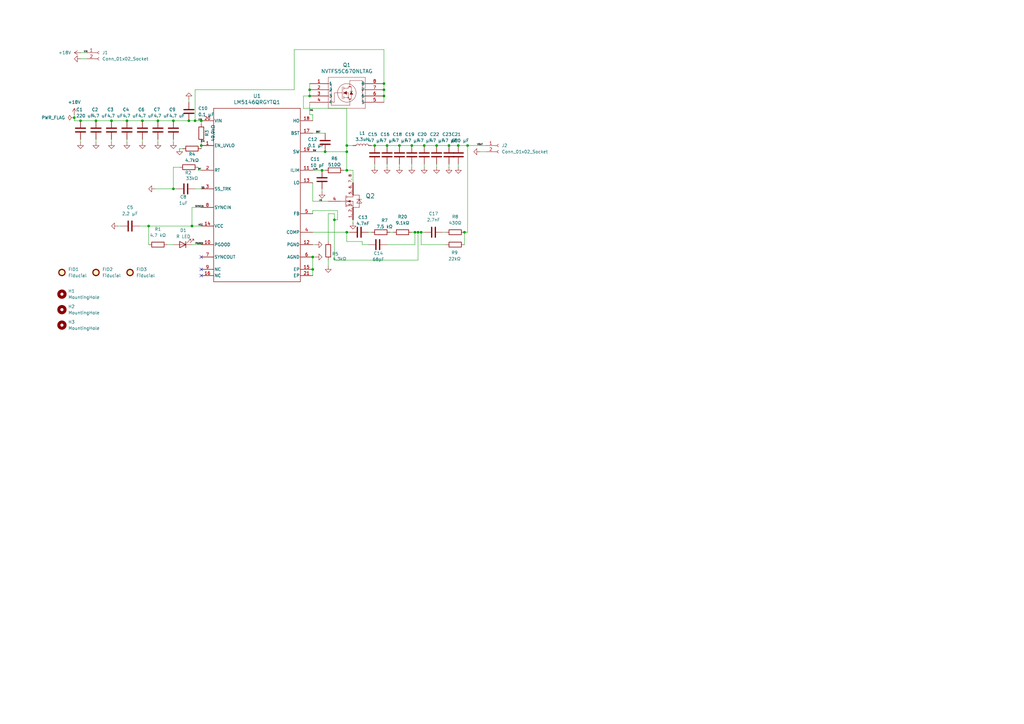
<source format=kicad_sch>
(kicad_sch (version 20250114) (generator "eeschema") (generator_version "9.0")
  (paper "A3")
  (title_block (title "18V to 5V 15A buck converter") (date "2026-02-06") (rev "B") (comment 1 "caps' voltage rating are checked"))
  (lib_symbols
    (symbol "Buck_Library:BSC014N06NS" (pin_names (hide yes))
      (property "Reference" "Q" (at 8.89 2.455 0))
      (symbol "BSC014N06NS_1_0"
        (polyline (pts (xy 0 -2.54) (xy 2.032 -2.54)))
        (polyline (pts (xy 2.032 -0.254) (xy 2.032 -4.826)))
        (polyline (pts (xy 2.54 -0.254) (xy 2.54 -1.27)))
        (polyline (pts (xy 2.54 -2.54) (xy 4.064 -3.048) (xy 4.064 -2.032) (xy 2.54 -2.54)) (stroke (width -0.0001)) (fill (type outline)))
        (polyline (pts (xy 2.54 -3.048) (xy 2.54 -2.032)))
        (polyline (pts (xy 2.54 -4.826) (xy 2.54 -3.81)))
        (polyline (pts (xy 5.08 0) (xy 7.62 0)))
        (polyline (pts (xy 5.08 -0.762) (xy 2.54 -0.762)))
        (polyline (pts (xy 5.08 -0.762) (xy 5.08 0)))
        (polyline (pts (xy 5.08 -2.54) (xy 2.54 -2.54)))
        (polyline (pts (xy 5.08 -2.54) (xy 5.08 -5.08)))
        (polyline (pts (xy 5.08 -4.318) (xy 2.54 -4.318)))
        (polyline (pts (xy 5.08 -5.08) (xy 7.62 -5.08)))
        (polyline (pts (xy 6.604 -1.778) (xy 8.636 -1.778)))
        (polyline (pts (xy 7.62 0) (xy 7.62 -5.08)))
        (polyline (pts (xy 7.62 -1.778) (xy 6.604 -3.302) (xy 8.636 -3.302) (xy 7.62 -1.778) (xy 7.62 -1.778)))
        (text "5, 6, 7, 8" (at 4.572 0.254 900) (effects (font (size 1.0922 1.0922)) (justify left bottom)))
        (text "1, 2, 3" (at 4.572 -9.398 900) (effects (font (size 1.0922 1.0922)) (justify left bottom)))
        (pin passive line (at -5.08 -2.54 0) (length 5.08) (name "GATE") (number "4"))
        (pin passive line (at 5.08 5.08 270) (length 5.08) (name "DRAIN") (number "5"))
        (pin passive line (at 5.08 5.08 270) (length 5.08) (name "DRAIN") (number "6"))
        (pin passive line (at 5.08 5.08 270) (length 5.08) (name "DRAIN") (number "7"))
        (pin passive line (at 5.08 5.08 270) (length 5.08) (name "DRAIN") (number "8"))
        (pin passive line (at 5.08 -10.16 90) (length 5.08) (name "SOURCE") (number "1"))
        (pin passive line (at 5.08 -10.16 90) (length 5.08) (name "SOURCE") (number "2"))
        (pin passive line (at 5.08 -10.16 90) (length 5.08) (name "SOURCE") (number "3"))
      )
    )
    (symbol "Buck_Library:LM5146QRGYTQ1" (pin_names (offset 0.254))
      (property "Reference" "U" (at 0 2.54 0))
      (property "Value" "LM5146QRGYTQ1" (at 0 0 0))
      (symbol "LM5146QRGYTQ1_0_1"
        (polyline (pts (xy -17.78 35.56) (xy -17.78 -35.56)) (stroke (width 0.2032)))
        (polyline (pts (xy -17.78 -35.56) (xy 17.78 -35.56)) (stroke (width 0.2032)))
        (polyline (pts (xy 17.78 35.56) (xy -17.78 35.56)) (stroke (width 0.2032)))
        (polyline (pts (xy 17.78 -35.56) (xy 17.78 35.56)) (stroke (width 0.2032)))
        (pin power_in line (at -22.86 30.48 0) (length 5.08) (name "VIN") (number "20"))
        (pin input line (at -22.86 20.32 0) (length 5.08) (name "EN_UVLO") (number "1"))
        (pin input line (at -22.86 10.16 0) (length 5.08) (name "RT") (number "2"))
        (pin input line (at -22.86 2.54 0) (length 5.08) (name "SS_TRK") (number "3"))
        (pin input line (at -22.86 -5.08 0) (length 5.08) (name "SYNCIN") (number "8"))
        (pin open_collector line (at -22.86 -20.32 0) (length 5.08) (name "PGOOD") (number "10"))
        (pin output line (at -22.86 -25.4 0) (length 5.08) (name "SYNCOUT") (number "7"))
        (pin unspecified line (at -22.86 -30.48 0) (length 5.08) (name "NC") (number "9"))
        (pin unspecified line (at -22.86 -33.02 0) (length 5.08) (name "NC") (number "16"))
        (pin output line (at 22.86 30.48 180) (length 5.08) (name "HO") (number "18"))
        (pin unspecified line (at 22.86 25.4 180) (length 5.08) (name "BST") (number "17"))
        (pin input line (at 22.86 10.16 180) (length 5.08) (name "ILIM") (number "11"))
        (pin output line (at 22.86 5.08 180) (length 5.08) (name "LO") (number "13"))
        (pin input line (at 22.86 -7.62 180) (length 5.08) (name "FB") (number "5"))
        (pin unspecified line (at 22.86 -15.24 180) (length 5.08) (name "COMP") (number "4"))
        (pin power_in line (at 22.86 -20.32 180) (length 5.08) (name "PGND") (number "12"))
        (pin power_in line (at 22.86 -25.4 180) (length 5.08) (name "AGND") (number "6"))
        (pin power_in line (at 22.86 -30.48 180) (length 5.08) (name "EP") (number "15"))
        (pin power_in line (at 22.86 -33.02 180) (length 5.08) (name "EP") (number "21"))
      )
      (symbol "LM5146QRGYTQ1_1_1"
        (pin power_out line (at -22.86 -12.7 0) (length 5.08) (name "VCC") (number "14"))
        (pin passive line (at 22.86 17.78 180) (length 5.08) (name "SW") (number "19"))
      )
    )
    (symbol "Buck_Library:NVTFS5C670NLTAG" (pin_names (offset 0.254))
      (property "Reference" "Q" (at 15.24 7.62 0))
      (property "Value" "NVTFS5C670NLTAG" (at 15.24 5.08 0))
      (symbol "NVTFS5C670NLTAG_0_1"
        (polyline (pts (xy 7.62 2.54) (xy 7.62 -10.16)) (stroke (width 0.127)))
        (polyline (pts (xy 7.62 0) (xy 8.89 0)) (stroke (width 0.127)))
        (polyline (pts (xy 7.62 -2.54) (xy 8.89 -2.54)) (stroke (width 0.127)))
        (polyline (pts (xy 7.62 -5.08) (xy 8.89 -5.08)) (stroke (width 0.127)))
        (polyline (pts (xy 7.62 -7.62) (xy 8.382 -7.62)) (stroke (width 0.127)))
        (polyline (pts (xy 7.62 -10.16) (xy 22.86 -10.16)) (stroke (width 0.127)))
        (polyline (pts (xy 8.89 0) (xy 8.89 -8.89)) (stroke (width 0.127)))
        (circle (center 8.89 -2.54) (radius 0.127) (stroke (width 0.254)))
        (circle (center 8.89 -5.08) (radius 0.127) (stroke (width 0.254)))
        (arc (start 8.382 -7.62) (mid 8.89 -7.1142) (end 9.398 -7.62) (stroke (width 0.127)))
        (polyline (pts (xy 8.89 -8.89) (xy 16.51 -8.89)) (stroke (width 0.127)))
        (polyline (pts (xy 10.16 -3.81) (xy 10.16 -7.62)) (stroke (width 0.127)))
        (polyline (pts (xy 10.16 -3.81) (xy 13.335 -3.81)) (stroke (width 0.127)))
        (polyline (pts (xy 10.16 -7.62) (xy 9.398 -7.62)) (stroke (width 0.127)))
        (polyline (pts (xy 13.335 -6.35) (xy 13.335 -1.27)) (stroke (width 0.127)))
        (polyline (pts (xy 13.97 -1.905) (xy 15.875 -1.905)) (stroke (width 0.127)))
        (polyline (pts (xy 13.97 -2.54) (xy 13.97 -1.27)) (stroke (width 0.127)))
        (polyline (pts (xy 13.97 -4.445) (xy 13.97 -3.175)) (stroke (width 0.127)))
        (polyline (pts (xy 13.97 -5.715) (xy 15.875 -5.715)) (stroke (width 0.127)))
        (polyline (pts (xy 13.97 -6.35) (xy 13.97 -5.08)) (stroke (width 0.127)))
        (polyline (pts (xy 15.24 -3.175) (xy 13.97 -3.81) (xy 15.24 -4.445)) (fill (type outline)))
        (polyline (pts (xy 15.24 -3.81) (xy 15.875 -3.81)) (stroke (width 0.127)))
        (circle (center 15.24 -3.81) (radius 3.81) (stroke (width 0.127)))
        (polyline (pts (xy 15.875 -1.27) (xy 17.145 -1.27)) (stroke (width 0.127)))
        (polyline (pts (xy 15.875 -1.905) (xy 15.875 -1.27)) (stroke (width 0.127)))
        (circle (center 15.875 -5.715) (radius 0.127) (stroke (width 0.254)))
        (polyline (pts (xy 15.875 -6.35) (xy 15.875 -3.81)) (stroke (width 0.127)))
        (polyline (pts (xy 15.875 -6.35) (xy 17.145 -6.35)) (stroke (width 0.127)))
        (polyline (pts (xy 16.51 1.27) (xy 16.51 -1.27)) (stroke (width 0.127)))
        (circle (center 16.51 -1.27) (radius 0.127) (stroke (width 0.254)))
        (circle (center 16.51 -6.35) (radius 0.127) (stroke (width 0.254)))
        (polyline (pts (xy 16.51 -8.89) (xy 16.51 -6.35)) (stroke (width 0.127)))
        (polyline (pts (xy 17.145 -3.175) (xy 17.145 -1.27)) (stroke (width 0.127)))
        (polyline (pts (xy 17.145 -6.35) (xy 17.145 -4.445)) (stroke (width 0.127)))
        (polyline (pts (xy 17.78 -3.175) (xy 16.51 -3.175)) (stroke (width 0.127)))
        (polyline (pts (xy 17.78 -4.445) (xy 16.51 -4.445) (xy 17.145 -3.175)) (fill (type outline)))
        (polyline (pts (xy 21.59 1.27) (xy 16.51 1.27)) (stroke (width 0.127)))
        (circle (center 21.59 0) (radius 0.127) (stroke (width 0.254)))
        (circle (center 21.59 -2.54) (radius 0.127) (stroke (width 0.254)))
        (circle (center 21.59 -5.08) (radius 0.127) (stroke (width 0.254)))
        (polyline (pts (xy 21.59 -7.62) (xy 21.59 1.27)) (stroke (width 0.127)))
        (polyline (pts (xy 22.86 2.54) (xy 7.62 2.54)) (stroke (width 0.127)))
        (polyline (pts (xy 22.86 0) (xy 21.59 0)) (stroke (width 0.127)))
        (polyline (pts (xy 22.86 -2.54) (xy 21.59 -2.54)) (stroke (width 0.127)))
        (polyline (pts (xy 22.86 -5.08) (xy 21.59 -5.08)) (stroke (width 0.127)))
        (polyline (pts (xy 22.86 -7.62) (xy 21.59 -7.62)) (stroke (width 0.127)))
        (polyline (pts (xy 22.86 -10.16) (xy 22.86 2.54)) (stroke (width 0.127)))
        (pin unspecified line (at 0 0 0) (length 7.62) (name "1") (number "1"))
        (pin unspecified line (at 0 -2.54 0) (length 7.62) (name "2") (number "2"))
        (pin unspecified line (at 0 -5.08 0) (length 7.62) (name "3") (number "3"))
        (pin unspecified line (at 0 -7.62 0) (length 7.62) (name "4") (number "4"))
        (pin unspecified line (at 30.48 0 180) (length 7.62) (name "8") (number "8"))
        (pin unspecified line (at 30.48 -2.54 180) (length 7.62) (name "7") (number "7"))
        (pin unspecified line (at 30.48 -5.08 180) (length 7.62) (name "6") (number "6"))
        (pin unspecified line (at 30.48 -7.62 180) (length 7.62) (name "5") (number "5"))
      )
    )
    (symbol "Connector:Conn_01x02_Socket" (pin_names (offset 1.016) (hide yes))
      (property "Reference" "J" (at 0 2.54 0))
      (property "Value" "Conn_01x02_Socket" (at 0 -5.08 0))
      (symbol "Conn_01x02_Socket_1_1"
        (polyline (pts (xy -1.27 0) (xy -0.508 0)) (stroke (width 0.1524)))
        (polyline (pts (xy -1.27 -2.54) (xy -0.508 -2.54)) (stroke (width 0.1524)))
        (arc (start 0 -0.508) (mid -0.5058 0) (end 0 0.508) (stroke (width 0.1524)))
        (arc (start 0 -3.048) (mid -0.5058 -2.54) (end 0 -2.032) (stroke (width 0.1524)))
        (pin passive line (at -5.08 0 0) (length 3.81) (name "Pin_1") (number "1"))
        (pin passive line (at -5.08 -2.54 0) (length 3.81) (name "Pin_2") (number "2"))
      )
    )
    (symbol "Device:C" (pin_numbers (hide yes)) (pin_names (offset 0.254))
      (property "Reference" "C" (at 0.635 2.54 0))
      (property "Value" "C" (at 0.635 -2.54 0))
      (symbol "C_0_1"
        (polyline (pts (xy -2.032 0.762) (xy 2.032 0.762)) (stroke (width 0.508)))
        (polyline (pts (xy -2.032 -0.762) (xy 2.032 -0.762)) (stroke (width 0.508)))
      )
      (symbol "C_1_1"
        (pin passive line (at 0 3.81 270) (length 2.794) (name "~") (number "1"))
        (pin passive line (at 0 -3.81 90) (length 2.794) (name "~") (number "2"))
      )
    )
    (symbol "Device:L" (pin_numbers (hide yes)) (pin_names (offset 1.016) (hide yes))
      (property "Reference" "L" (at -1.27 0 90))
      (property "Value" "L" (at 1.905 0 90))
      (symbol "L_0_1"
        (arc (start 0 2.54) (mid 0.6323 1.905) (end 0 1.27))
        (arc (start 0 1.27) (mid 0.6323 0.635) (end 0 0))
        (arc (start 0 0) (mid 0.6323 -0.635) (end 0 -1.27))
        (arc (start 0 -1.27) (mid 0.6323 -1.905) (end 0 -2.54))
      )
      (symbol "L_1_1"
        (pin passive line (at 0 3.81 270) (length 1.27) (name "1") (number "1"))
        (pin passive line (at 0 -3.81 90) (length 1.27) (name "2") (number "2"))
      )
    )
    (symbol "Device:LED" (pin_numbers (hide yes)) (pin_names (offset 1.016) (hide yes))
      (property "Reference" "D" (at 0 2.54 0))
      (property "Value" "LED" (at 0 -2.54 0))
      (symbol "LED_0_1"
        (polyline (pts (xy -3.048 -0.762) (xy -4.572 -2.286) (xy -3.81 -2.286) (xy -4.572 -2.286) (xy -4.572 -1.524)))
        (polyline (pts (xy -1.778 -0.762) (xy -3.302 -2.286) (xy -2.54 -2.286) (xy -3.302 -2.286) (xy -3.302 -1.524)))
        (polyline (pts (xy -1.27 0) (xy 1.27 0)))
        (polyline (pts (xy -1.27 -1.27) (xy -1.27 1.27)) (stroke (width 0.254)))
        (polyline (pts (xy 1.27 -1.27) (xy 1.27 1.27) (xy -1.27 0) (xy 1.27 -1.27)) (stroke (width 0.254)))
      )
      (symbol "LED_1_1"
        (pin passive line (at -3.81 0 0) (length 2.54) (name "K") (number "1"))
        (pin passive line (at 3.81 0 180) (length 2.54) (name "A") (number "2"))
      )
    )
    (symbol "Device:R" (pin_numbers (hide yes)) (pin_names (offset 0))
      (property "Reference" "R" (at 2.032 0 90))
      (property "Value" "R" (at 0 0 90))
      (symbol "R_0_1"
        (rectangle (start -1.016 -2.54) (end 1.016 2.54) (stroke (width 0.254)))
      )
      (symbol "R_1_1"
        (pin passive line (at 0 3.81 270) (length 1.27) (name "~") (number "1"))
        (pin passive line (at 0 -3.81 90) (length 1.27) (name "~") (number "2"))
      )
    )
    (symbol "Mechanical:Fiducial" (in_bom no)
      (property "Reference" "FID" (at 0 5.08 0))
      (property "Value" "Fiducial" (at 0 3.175 0))
      (symbol "Fiducial_0_1"
        (circle (center 0 0) (radius 1.27) (stroke (width 0.508)) (fill (type background)))
      )
    )
    (symbol "Mechanical:MountingHole" (pin_names (offset 1.016)) (in_bom no)
      (property "Reference" "H" (at 0 5.08 0))
      (property "Value" "MountingHole" (at 0 3.175 0))
      (symbol "MountingHole_0_1"
        (circle (center 0 0) (radius 1.27) (stroke (width 1.27)))
      )
    )
    (symbol "power:+5V" (power) (pin_numbers (hide yes)) (pin_names (offset 0) (hide yes))
      (property "Value" "+5V" (at 0 3.556 0))
      (symbol "+5V_0_1"
        (polyline (pts (xy -0.762 1.27) (xy 0 2.54)))
        (polyline (pts (xy 0 2.54) (xy 0.762 1.27)))
        (polyline (pts (xy 0 0) (xy 0 2.54)))
      )
      (symbol "+5V_1_1"
        (pin power_in line (at 0 0 90) (length 0) (name "~") (number "1"))
      )
    )
    (symbol "power:GND" (power) (pin_numbers (hide yes)) (pin_names (offset 0) (hide yes))
      (property "Value" "GND" (at 0 -3.81 0))
      (symbol "GND_0_1"
        (polyline (pts (xy 0 0) (xy 0 -1.27) (xy 1.27 -1.27) (xy 0 -2.54) (xy -1.27 -1.27) (xy 0 -1.27)))
      )
      (symbol "GND_1_1"
        (pin power_in line (at 0 0 270) (length 0) (name "~") (number "1"))
      )
    )
    (symbol "power:PWR_FLAG" (power) (pin_numbers (hide yes)) (pin_names (offset 0) (hide yes))
      (property "Value" "PWR_FLAG" (at 0 3.81 0))
      (symbol "PWR_FLAG_0_0"
        (pin power_out line (at 0 0 90) (length 0) (name "~") (number "1"))
      )
      (symbol "PWR_FLAG_0_1"
        (polyline (pts (xy 0 0) (xy 0 1.27) (xy -1.016 1.905) (xy 0 2.54) (xy 1.016 1.905) (xy 0 1.27)))
      )
    )
  )
  (junction (at 39.37 49.53))
  (junction (at 157.48 39.37))
  (junction (at 127 39.37))
  (junction (at 128.27 110.49))
  (junction (at 71.12 49.53))
  (junction (at 80.01 49.53))
  (junction (at 45.72 49.53))
  (junction (at 170.18 95.25))
  (junction (at 184.15 59.69))
  (junction (at 157.48 36.83))
  (junction (at 187.96 59.69))
  (junction (at 82.55 49.53))
  (junction (at 142.24 59.69))
  (junction (at 173.99 59.69))
  (junction (at 52.07 49.53))
  (junction (at 71.12 77.47))
  (junction (at 179.07 59.69))
  (junction (at 132.08 69.85))
  (junction (at 64.77 49.53))
  (junction (at 190.5 95.25))
  (junction (at 142.24 69.85))
  (junction (at 33.02 49.53))
  (junction (at 142.24 62.23))
  (junction (at 191.77 59.69))
  (junction (at 133.35 62.23))
  (junction (at 168.91 59.69))
  (junction (at 158.75 59.69))
  (junction (at 77.47 49.53))
  (junction (at 82.55 59.69))
  (junction (at 171.45 95.25))
  (junction (at 157.48 34.29))
  (junction (at 137.16 90.17))
  (junction (at 163.83 59.69))
  (junction (at 78.74 92.71))
  (junction (at 58.42 49.53))
  (junction (at 60.96 92.71))
  (junction (at 128.27 105.41))
  (junction (at 127 36.83))
  (junction (at 153.67 59.69))
  (junction (at 172.72 95.25))
  (junction (at 142.24 95.25))
  (junction (at 30.48 48.26))
  (no_connect (at 82.55 110.49))
  (no_connect (at 82.55 105.41))
  (no_connect (at 82.55 113.03))
  (wire (pts (xy 73.66 60.96) (xy 74.93 60.96)))
  (wire (pts (xy 142.24 44.45) (xy 142.24 59.69)))
  (wire (pts (xy 128.27 87.63) (xy 128.27 86.36)))
  (wire (pts (xy 187.96 67.31) (xy 187.96 68.58)))
  (wire (pts (xy 30.48 49.53) (xy 33.02 49.53)))
  (wire (pts (xy 138.43 90.17) (xy 137.16 90.17)))
  (wire (pts (xy 142.24 62.23) (xy 133.35 62.23)))
  (wire (pts (xy 58.42 49.53) (xy 64.77 49.53)))
  (wire (pts (xy 81.28 68.58) (xy 81.28 69.85)))
  (wire (pts (xy 82.55 58.42) (xy 82.55 59.69)))
  (wire (pts (xy 142.24 59.69) (xy 144.78 59.69)))
  (wire (pts (xy 134.62 106.68) (xy 134.62 109.22)))
  (wire (pts (xy 153.67 59.69) (xy 158.75 59.69)))
  (wire (pts (xy 52.07 57.15) (xy 52.07 58.42)))
  (wire (pts (xy 157.48 20.32) (xy 157.48 34.29)))
  (wire (pts (xy 138.43 86.36) (xy 138.43 90.17)))
  (wire (pts (xy 158.75 67.31) (xy 158.75 68.58)))
  (wire (pts (xy 128.27 82.55) (xy 134.62 82.55)))
  (wire (pts (xy 57.15 92.71) (xy 60.96 92.71)))
  (wire (pts (xy 78.74 85.09) (xy 82.55 85.09)))
  (wire (pts (xy 128.27 69.85) (xy 132.08 69.85)))
  (wire (pts (xy 171.45 106.68) (xy 137.16 106.68)))
  (wire (pts (xy 128.27 74.93) (xy 128.27 82.55)))
  (wire (pts (xy 133.35 62.23) (xy 128.27 62.23)))
  (wire (pts (xy 33.02 24.13) (xy 35.56 24.13)))
  (wire (pts (xy 142.24 62.23) (xy 142.24 69.85)))
  (wire (pts (xy 157.48 36.83) (xy 157.48 39.37)))
  (wire (pts (xy 191.77 59.69) (xy 199.39 59.69)))
  (wire (pts (xy 58.42 57.15) (xy 58.42 58.42)))
  (wire (pts (xy 60.96 92.71) (xy 60.96 100.33)))
  (wire (pts (xy 80.01 77.47) (xy 82.55 77.47)))
  (wire (pts (xy 133.35 69.85) (xy 132.08 69.85)))
  (wire (pts (xy 128.27 95.25) (xy 142.24 95.25)))
  (wire (pts (xy 120.65 20.32) (xy 157.48 20.32)))
  (wire (pts (xy 142.24 99.06) (xy 148.59 99.06)))
  (wire (pts (xy 142.24 69.85) (xy 144.78 69.85)))
  (wire (pts (xy 142.24 95.25) (xy 142.24 99.06)))
  (wire (pts (xy 157.48 39.37) (xy 157.48 41.91)))
  (wire (pts (xy 63.5 77.47) (xy 71.12 77.47)))
  (wire (pts (xy 128.27 86.36) (xy 138.43 86.36)))
  (wire (pts (xy 161.29 95.25) (xy 160.02 95.25)))
  (wire (pts (xy 71.12 49.53) (xy 77.47 49.53)))
  (wire (pts (xy 82.55 69.85) (xy 81.28 69.85)))
  (wire (pts (xy 172.72 95.25) (xy 173.99 95.25)))
  (wire (pts (xy 171.45 95.25) (xy 171.45 106.68)))
  (wire (pts (xy 179.07 59.69) (xy 184.15 59.69)))
  (wire (pts (xy 78.74 100.33) (xy 82.55 100.33)))
  (wire (pts (xy 124.46 39.37) (xy 127 39.37)))
  (wire (pts (xy 140.97 69.85) (xy 142.24 69.85)))
  (wire (pts (xy 127 36.83) (xy 127 39.37)))
  (wire (pts (xy 45.72 57.15) (xy 45.72 58.42)))
  (wire (pts (xy 80.01 49.53) (xy 82.55 49.53)))
  (wire (pts (xy 82.55 59.69) (xy 82.55 60.96)))
  (wire (pts (xy 39.37 49.53) (xy 45.72 49.53)))
  (wire (pts (xy 68.58 100.33) (xy 71.12 100.33)))
  (wire (pts (xy 49.53 92.71) (xy 48.26 92.71)))
  (wire (pts (xy 128.27 46.99) (xy 128.27 49.53)))
  (wire (pts (xy 172.72 100.33) (xy 182.88 100.33)))
  (wire (pts (xy 64.77 49.53) (xy 71.12 49.53)))
  (wire (pts (xy 172.72 95.25) (xy 172.72 100.33)))
  (wire (pts (xy 78.74 92.71) (xy 82.55 92.71)))
  (wire (pts (xy 184.15 67.31) (xy 184.15 68.58)))
  (wire (pts (xy 170.18 95.25) (xy 171.45 95.25)))
  (wire (pts (xy 120.65 36.83) (xy 120.65 20.32)))
  (wire (pts (xy 170.18 100.33) (xy 170.18 95.25)))
  (wire (pts (xy 77.47 49.53) (xy 80.01 49.53)))
  (wire (pts (xy 190.5 95.25) (xy 190.5 100.33)))
  (wire (pts (xy 128.27 105.41) (xy 128.27 110.49)))
  (wire (pts (xy 142.24 95.25) (xy 143.51 95.25)))
  (wire (pts (xy 158.75 59.69) (xy 163.83 59.69)))
  (wire (pts (xy 163.83 67.31) (xy 163.83 68.58)))
  (wire (pts (xy 128.27 105.41) (xy 129.54 105.41)))
  (wire (pts (xy 168.91 59.69) (xy 173.99 59.69)))
  (wire (pts (xy 60.96 92.71) (xy 78.74 92.71)))
  (wire (pts (xy 148.59 99.06) (xy 148.59 100.33)))
  (wire (pts (xy 163.83 59.69) (xy 168.91 59.69)))
  (wire (pts (xy 187.96 59.69) (xy 191.77 59.69)))
  (wire (pts (xy 196.85 62.23) (xy 199.39 62.23)))
  (wire (pts (xy 71.12 57.15) (xy 71.12 58.42)))
  (wire (pts (xy 142.24 59.69) (xy 142.24 62.23)))
  (wire (pts (xy 153.67 67.31) (xy 153.67 68.58)))
  (wire (pts (xy 80.01 49.53) (xy 80.01 36.83)))
  (wire (pts (xy 158.75 100.33) (xy 170.18 100.33)))
  (wire (pts (xy 124.46 44.45) (xy 124.46 39.37)))
  (wire (pts (xy 80.01 36.83) (xy 120.65 36.83)))
  (wire (pts (xy 179.07 67.31) (xy 179.07 68.58)))
  (wire (pts (xy 127 41.91) (xy 127 46.99)))
  (wire (pts (xy 45.72 49.53) (xy 52.07 49.53)))
  (wire (pts (xy 33.02 49.53) (xy 39.37 49.53)))
  (wire (pts (xy 82.55 49.53) (xy 82.55 50.8)))
  (wire (pts (xy 137.16 106.68) (xy 137.16 90.17)))
  (wire (pts (xy 151.13 95.25) (xy 152.4 95.25)))
  (wire (pts (xy 128.27 110.49) (xy 128.27 113.03)))
  (wire (pts (xy 173.99 59.69) (xy 179.07 59.69)))
  (wire (pts (xy 137.16 87.63) (xy 134.62 87.63)))
  (wire (pts (xy 128.27 54.61) (xy 133.35 54.61)))
  (wire (pts (xy 71.12 77.47) (xy 72.39 77.47)))
  (wire (pts (xy 152.4 59.69) (xy 153.67 59.69)))
  (wire (pts (xy 30.48 46.99) (xy 30.48 48.26)))
  (wire (pts (xy 142.24 44.45) (xy 124.46 44.45)))
  (wire (pts (xy 132.08 77.47) (xy 132.08 78.74)))
  (wire (pts (xy 33.02 57.15) (xy 33.02 58.42)))
  (wire (pts (xy 191.77 59.69) (xy 191.77 95.25)))
  (wire (pts (xy 127 46.99) (xy 128.27 46.99)))
  (wire (pts (xy 170.18 95.25) (xy 168.91 95.25)))
  (wire (pts (xy 127 34.29) (xy 127 36.83)))
  (wire (pts (xy 181.61 95.25) (xy 182.88 95.25)))
  (wire (pts (xy 171.45 95.25) (xy 172.72 95.25)))
  (wire (pts (xy 39.37 57.15) (xy 39.37 58.42)))
  (wire (pts (xy 134.62 87.63) (xy 134.62 99.06)))
  (wire (pts (xy 168.91 67.31) (xy 168.91 68.58)))
  (wire (pts (xy 184.15 59.69) (xy 187.96 59.69)))
  (wire (pts (xy 173.99 67.31) (xy 173.99 68.58)))
  (wire (pts (xy 77.47 40.64) (xy 77.47 41.91)))
  (wire (pts (xy 144.78 69.85) (xy 144.78 74.93)))
  (wire (pts (xy 71.12 68.58) (xy 73.66 68.58)))
  (wire (pts (xy 144.78 90.17) (xy 144.78 91.44)))
  (wire (pts (xy 33.02 21.59) (xy 35.56 21.59)))
  (wire (pts (xy 148.59 100.33) (xy 151.13 100.33)))
  (wire (pts (xy 71.12 68.58) (xy 71.12 77.47)))
  (wire (pts (xy 128.27 100.33) (xy 129.54 100.33)))
  (wire (pts (xy 137.16 90.17) (xy 137.16 87.63)))
  (wire (pts (xy 78.74 92.71) (xy 78.74 85.09)))
  (wire (pts (xy 52.07 49.53) (xy 58.42 49.53)))
  (wire (pts (xy 190.5 95.25) (xy 191.77 95.25)))
  (wire (pts (xy 157.48 34.29) (xy 157.48 36.83)))
  (wire (pts (xy 30.48 48.26) (xy 30.48 49.53)))
  (wire (pts (xy 64.77 57.15) (xy 64.77 58.42)))
  (label "VOUT" (at 195.58 59.69 0) (effects (font (size 0.635 0.635))))
  (label "HG" (at 127 45.72 0) (effects (font (size 0.635 0.635))))
  (label "EN" (at 82.55 58.42 0) (effects (font (size 0.635 0.635))))
  (label "VCC" (at 81.28 92.71 0) (effects (font (size 0.635 0.635))))
  (label "LG" (at 130.81 82.55 0) (effects (font (size 0.635 0.635))))
  (label "BST" (at 129.54 54.61 0) (effects (font (size 0.635 0.635))))
  (label "ILIM" (at 128.27 69.85 0) (effects (font (size 0.635 0.635))))
  (label "PGOOD" (at 80.01 100.33 0) (effects (font (size 0.635 0.635))))
  (label "RT" (at 81.28 69.85 0) (effects (font (size 0.635 0.635))))
  (label "VIN" (at 34.29 21.59 0) (effects (font (size 0.635 0.635))))
  (label "SYNCIN" (at 80.01 85.09 0) (effects (font (size 0.635 0.635))))
  (label "SW" (at 128.27 62.23 0) (effects (font (size 0.635 0.635))))
  (label "SS" (at 82.55 77.47 0) (effects (font (size 0.635 0.635))))
  (label "VIN" (at 81.28 49.53 0) (effects (font (size 0.635 0.635))))
  (symbol (lib_id "power:GND") (at 71.12 58.42 0) (unit 1)
    (property "Reference" "#PWR013" (effects (hide yes)))
    (property "Value" "GND" (effects (hide yes)))
    (property "Description" "Power symbol creates a global label with name \"GND\" , ground" (effects (hide yes)))
  )
  (symbol (lib_id "Connector:Conn_01x02_Socket") (at 40.64 21.59 0) (unit 1)
    (property "Reference" "J1" (at 41.91 21.5899 0) (effects (justify left)))
    (property "Value" "Conn_01x02_Socket" (at 41.91 24.1299 0) (effects (justify left)))
    (property "Footprint" "TerminalBlock:TerminalBlock_MaiXu_MX126-5.0-02P_1x02_P5.00mm" (effects (hide yes)))
    (property "Description" "Generic connector, single row, 01x02, script generated" (effects (hide yes)))
    (property "JLCPCB Part Number" "C8269" (effects (hide yes)))
  )
  (symbol (lib_id "Device:C") (at 71.12 53.34 0) (unit 1)
    (property "Reference" "C9" (at 69.342 44.958 0) (effects (justify left)))
    (property "Value" "4.7 uF" (at 69.342 47.498 0) (effects (justify left)))
    (property "Footprint" "Capacitor_SMD:C_1206_3216Metric" (effects (hide yes)))
    (property "Description" "Unpolarized capacitor" (effects (hide yes)))
    (property "JLCPCB Part Number" "C29823" (effects (hide yes)))
  )
  (symbol (lib_id "Device:R") (at 134.62 102.87 0) (unit 1)
    (property "Reference" "R5" (at 136.144 104.14 0) (effects (justify left)))
    (property "Value" "4.3kΩ" (at 136.398 106.172 0) (effects (justify left)))
    (property "Footprint" "Resistor_SMD:R_0603_1608Metric" (effects (hide yes)))
    (property "Description" "Resistor" (effects (hide yes)))
    (property "JLCPCB Part Number" "C23159" (effects (hide yes)))
  )
  (symbol (lib_id "power:GND") (at 187.96 68.58 0) (unit 1)
    (property "Reference" "#PWR024" (effects (hide yes)))
    (property "Value" "GND" (effects (hide yes)))
    (property "Description" "Power symbol creates a global label with name \"GND\" , ground" (effects (hide yes)))
  )
  (symbol (lib_id "Device:L") (at 148.59 59.69 90) (unit 1)
    (property "Reference" "L1" (at 148.59 54.61 90))
    (property "Value" "3.3uH" (at 148.59 57.15 90))
    (property "Footprint" "Buck_Footprint_Library:MS1770-3R3M" (effects (hide yes)))
    (property "Description" "Inductor" (effects (hide yes)))
    (property "JLCPCB Part Number" "C18337521" (effects (hide yes)))
  )
  (symbol (lib_id "power:GND") (at 129.54 100.33 90) (unit 1)
    (property "Reference" "#PWR015" (effects (hide yes)))
    (property "Value" "GND" (effects (hide yes)))
    (property "Description" "Power symbol creates a global label with name \"GND\" , ground" (effects (hide yes)))
  )
  (symbol (lib_id "Mechanical:MountingHole") (at 25.4 120.65 0) (unit 1) (in_bom no)
    (property "Reference" "H1" (at 27.94 119.3799 0) (effects (justify left)))
    (property "Value" "MountingHole" (at 27.94 121.9199 0) (effects (justify left)))
    (property "Footprint" "MountingHole:MountingHole_3.2mm_M3" (effects (hide yes)))
    (property "Description" "Mounting Hole without connection" (effects (hide yes)))
  )
  (symbol (lib_id "Device:C") (at 52.07 53.34 0) (unit 1)
    (property "Reference" "C4" (at 50.292 44.958 0) (effects (justify left)))
    (property "Value" "4.7 uF" (at 50.292 47.498 0) (effects (justify left)))
    (property "Footprint" "Capacitor_SMD:C_1206_3216Metric" (effects (hide yes)))
    (property "Description" "Unpolarized capacitor" (effects (hide yes)))
    (property "JLCPCB Part Number" "C29823" (effects (hide yes)))
  )
  (symbol (lib_id "Device:C") (at 133.35 58.42 0) (unit 1)
    (property "Reference" "C12" (at 126.238 57.15 0) (effects (justify left)))
    (property "Value" "0.1 μF" (at 126.238 59.69 0) (effects (justify left)))
    (property "Footprint" "Capacitor_SMD:C_0603_1608Metric" (effects (hide yes)))
    (property "Description" "Unpolarized capacitor" (effects (hide yes)))
    (property "JLCPCB Part Number" "C14663" (effects (hide yes)))
  )
  (symbol (lib_id "Device:R") (at 77.47 68.58 90) (unit 1)
    (property "Reference" "R2" (at 77.216 70.866 90))
    (property "Value" "33kΩ" (at 78.74 73.152 90))
    (property "Footprint" "Resistor_SMD:R_0603_1608Metric" (effects (hide yes)))
    (property "Description" "Resistor" (effects (hide yes)))
    (property "JLCPCB Part Number" "C4216" (effects (hide yes)))
  )
  (symbol (lib_id "power:+5V") (at 30.48 46.99 0) (unit 1)
    (property "Reference" "#PWR01" (effects (hide yes)))
    (property "Value" "+18V" (at 30.48 41.91 0))
    (property "Description" "Power symbol creates a global label with name \"+5V\"" (effects (hide yes)))
  )
  (symbol (lib_id "Device:R") (at 64.77 100.33 90) (unit 1)
    (property "Reference" "R1" (at 64.77 93.98 90))
    (property "Value" "4.7 kΩ" (at 64.77 96.52 90))
    (property "Footprint" "Resistor_SMD:R_0402_1005Metric" (effects (hide yes)))
    (property "Description" "Resistor" (effects (hide yes)))
    (property "JLCPCB Part Number" "C25900" (effects (hide yes)))
  )
  (symbol (lib_id "power:GND") (at 163.83 68.58 0) (unit 1)
    (property "Reference" "#PWR021" (effects (hide yes)))
    (property "Value" "GND" (effects (hide yes)))
    (property "Description" "Power symbol creates a global label with name \"GND\" , ground" (effects (hide yes)))
  )
  (symbol (lib_id "power:GND") (at 129.54 105.41 90) (unit 1)
    (property "Reference" "#PWR016" (effects (hide yes)))
    (property "Value" "GND" (effects (hide yes)))
    (property "Description" "Power symbol creates a global label with name \"GND\" , ground" (effects (hide yes)))
  )
  (symbol (lib_id "Device:C") (at 39.37 53.34 0) (unit 1)
    (property "Reference" "C2" (at 37.592 44.958 0) (effects (justify left)))
    (property "Value" "4.7 uF" (at 37.592 47.498 0) (effects (justify left)))
    (property "Footprint" "Capacitor_SMD:C_1206_3216Metric" (effects (hide yes)))
    (property "Description" "Unpolarized capacitor" (effects (hide yes)))
    (property "JLCPCB Part Number" "C29823" (effects (hide yes)))
  )
  (symbol (lib_id "power:GND") (at 144.78 91.44 0) (unit 1)
    (property "Reference" "#PWR018" (effects (hide yes)))
    (property "Value" "GND" (effects (hide yes)))
    (property "Description" "Power symbol creates a global label with name \"GND\" , ground" (effects (hide yes)))
  )
  (symbol (lib_id "Device:C") (at 58.42 53.34 0) (unit 1)
    (property "Reference" "C6" (at 56.642 44.958 0) (effects (justify left)))
    (property "Value" "4.7 uF" (at 56.642 47.498 0) (effects (justify left)))
    (property "Footprint" "Capacitor_SMD:C_1206_3216Metric" (effects (hide yes)))
    (property "Description" "Unpolarized capacitor" (effects (hide yes)))
    (property "JLCPCB Part Number" "C29823" (effects (hide yes)))
  )
  (symbol (lib_id "power:GND") (at 134.62 109.22 0) (unit 1)
    (property "Reference" "#PWR022" (effects (hide yes)))
    (property "Value" "GND" (effects (hide yes)))
    (property "Description" "Power symbol creates a global label with name \"GND\" , ground" (effects (hide yes)))
  )
  (symbol (lib_id "Buck_Library:NVTFS5C670NLTAG") (at 127 34.29 0) (unit 1)
    (property "Reference" "Q1" (at 142.24 26.67 0) (effects (font (size 1.524 1.524))))
    (property "Value" "NVTFS5C670NLTAG" (at 142.24 29.21 0) (effects (font (size 1.524 1.524))))
    (property "Footprint" "Buck_Footprint_Library:WDFN8_511AB_ONS" (effects (hide yes)))
    (property "Datasheet" "NVTFS5C670NLTAG" (effects (hide yes)))
    (property "JLCPCB Part Number" "C900529" (effects (hide yes)))
  )
  (symbol (lib_id "Device:C") (at 187.96 63.5 0) (unit 1)
    (property "Reference" "C21" (at 185.166 55.118 0) (effects (justify left)))
    (property "Value" "680 µF" (at 185.166 57.658 0) (effects (justify left)))
    (property "Footprint" "Buck_Footprint_Library:MA35V680M10X13" (effects (hide yes)))
    (property "Description" "Unpolarized capacitor" (effects (hide yes)))
    (property "JLCPCB Part Number" "C48971043" (effects (hide yes)))
  )
  (symbol (lib_id "Device:C") (at 179.07 63.5 0) (unit 1)
    (property "Reference" "C22" (at 176.276 55.118 0) (effects (justify left)))
    (property "Value" "47 μF" (at 176.276 57.658 0) (effects (justify left)))
    (property "Footprint" "Capacitor_SMD:C_1210_3225Metric" (effects (hide yes)))
    (property "Description" "Unpolarized capacitor" (effects (hide yes)))
    (property "JLCPCB Part Number" "C96123" (effects (hide yes)))
  )
  (symbol (lib_id "Device:LED") (at 74.93 100.33 180) (unit 1)
    (property "Reference" "D1" (at 75.184 94.488 0))
    (property "Value" "R LED" (at 75.184 97.028 0))
    (property "Footprint" "LED_SMD:LED_0603_1608Metric" (effects (hide yes)))
    (property "Description" "Light emitting diode" (effects (hide yes)))
    (property "Sim.Pins" "1=K 2=A" (effects (hide yes)))
    (property "JLCPCB Part Number" "C2286" (effects (hide yes)))
  )
  (symbol (lib_id "Device:C") (at 177.8 95.25 90) (unit 1)
    (property "Reference" "C17" (at 177.8 87.63 90))
    (property "Value" "2.7nF" (at 177.8 90.17 90))
    (property "Footprint" "Capacitor_SMD:C_0603_1608Metric" (effects (hide yes)))
    (property "Description" "Unpolarized capacitor" (effects (hide yes)))
    (property "JLCPCB Part Number" "C1609" (effects (hide yes)))
  )
  (symbol (lib_id "power:GND") (at 52.07 58.42 0) (unit 1)
    (property "Reference" "#PWR08" (effects (hide yes)))
    (property "Value" "GND" (effects (hide yes)))
    (property "Description" "Power symbol creates a global label with name \"GND\" , ground" (effects (hide yes)))
  )
  (symbol (lib_id "Device:R") (at 165.1 95.25 90) (unit 1)
    (property "Reference" "R20" (at 165.1 88.9 90))
    (property "Value" "9.1kΩ" (at 165.1 91.44 90))
    (property "Footprint" "Capacitor_SMD:C_0603_1608Metric" (effects (hide yes)))
    (property "Description" "Resistor" (effects (hide yes)))
    (property "JLCPCB Part Number" "C23260" (effects (hide yes)))
  )
  (symbol (lib_id "Mechanical:MountingHole") (at 25.4 133.35 0) (unit 1) (in_bom no)
    (property "Reference" "H3" (at 27.94 132.0799 0) (effects (justify left)))
    (property "Value" "MountingHole" (at 27.94 134.6199 0) (effects (justify left)))
    (property "Footprint" "MountingHole:MountingHole_3.2mm_M3" (effects (hide yes)))
    (property "Description" "Mounting Hole without connection" (effects (hide yes)))
  )
  (symbol (lib_id "power:GND") (at 196.85 62.23 270) (unit 1)
    (property "Reference" "#PWR025" (effects (hide yes)))
    (property "Value" "GND" (effects (hide yes)))
    (property "Description" "Power symbol creates a global label with name \"GND\" , ground" (effects (hide yes)))
  )
  (symbol (lib_id "power:GND") (at 45.72 58.42 0) (unit 1)
    (property "Reference" "#PWR06" (effects (hide yes)))
    (property "Value" "GND" (effects (hide yes)))
    (property "Description" "Power symbol creates a global label with name \"GND\" , ground" (effects (hide yes)))
  )
  (symbol (lib_id "power:+5V") (at 33.02 21.59 90) (unit 1)
    (property "Reference" "#PWR02" (effects (hide yes)))
    (property "Value" "+18V" (at 29.21 21.5899 90) (effects (justify left)))
    (property "Description" "Power symbol creates a global label with name \"+5V\"" (effects (hide yes)))
  )
  (symbol (lib_id "Device:C") (at 154.94 100.33 90) (unit 1)
    (property "Reference" "C14" (at 155.194 103.886 90))
    (property "Value" "68pF" (at 155.194 106.426 90))
    (property "Footprint" "Capacitor_SMD:C_0603_1608Metric" (effects (hide yes)))
    (property "Description" "Unpolarized capacitor" (effects (hide yes)))
    (property "JLCPCB Part Number" "C28262" (effects (hide yes)))
  )
  (symbol (lib_id "power:GND") (at 153.67 68.58 0) (unit 1)
    (property "Reference" "#PWR019" (effects (hide yes)))
    (property "Value" "GND" (effects (hide yes)))
    (property "Description" "Power symbol creates a global label with name \"GND\" , ground" (effects (hide yes)))
  )
  (symbol (lib_id "power:GND") (at 184.15 68.58 0) (unit 1)
    (property "Reference" "#PWR027" (effects (hide yes)))
    (property "Value" "GND" (effects (hide yes)))
    (property "Description" "Power symbol creates a global label with name \"GND\" , ground" (effects (hide yes)))
  )
  (symbol (lib_id "power:GND") (at 63.5 77.47 270) (unit 1)
    (property "Reference" "#PWR010" (effects (hide yes)))
    (property "Value" "GND" (effects (hide yes)))
    (property "Description" "Power symbol creates a global label with name \"GND\" , ground" (effects (hide yes)))
  )
  (symbol (lib_id "Device:C") (at 163.83 63.5 0) (unit 1)
    (property "Reference" "C18" (at 161.036 55.118 0) (effects (justify left)))
    (property "Value" "47 μF" (at 161.036 57.658 0) (effects (justify left)))
    (property "Footprint" "Capacitor_SMD:C_1210_3225Metric" (effects (hide yes)))
    (property "Description" "Unpolarized capacitor" (effects (hide yes)))
    (property "JLCPCB Part Number" "C96123" (effects (hide yes)))
  )
  (symbol (lib_id "power:GND") (at 73.66 60.96 0) (unit 1)
    (property "Reference" "#PWR012" (effects (hide yes)))
    (property "Value" "GND" (effects (hide yes)))
    (property "Description" "Power symbol creates a global label with name \"GND\" , ground" (effects (hide yes)))
  )
  (symbol (lib_id "Device:C") (at 45.72 53.34 0) (unit 1)
    (property "Reference" "C3" (at 43.942 44.958 0) (effects (justify left)))
    (property "Value" "4.7 uF" (at 43.942 47.498 0) (effects (justify left)))
    (property "Footprint" "Capacitor_SMD:C_1206_3216Metric" (effects (hide yes)))
    (property "Description" "Unpolarized capacitor" (effects (hide yes)))
    (property "JLCPCB Part Number" "C29823" (effects (hide yes)))
  )
  (symbol (lib_id "power:GND") (at 33.02 58.42 0) (unit 1)
    (property "Reference" "#PWR04" (effects (hide yes)))
    (property "Value" "GND" (effects (hide yes)))
    (property "Description" "Power symbol creates a global label with name \"GND\" , ground" (effects (hide yes)))
  )
  (symbol (lib_id "Device:C") (at 53.34 92.71 90) (unit 1)
    (property "Reference" "C5" (at 53.34 85.09 90))
    (property "Value" "2.2 μF" (at 53.34 87.63 90))
    (property "Footprint" "Capacitor_SMD:C_0805_2012Metric" (effects (hide yes)))
    (property "Description" "Unpolarized capacitor" (effects (hide yes)))
    (property "JLCPCB Part Number" "C377773" (effects (hide yes)))
  )
  (symbol (lib_id "Device:C") (at 158.75 63.5 0) (unit 1)
    (property "Reference" "C16" (at 155.956 55.118 0) (effects (justify left)))
    (property "Value" "47 μF" (at 155.956 57.658 0) (effects (justify left)))
    (property "Footprint" "Capacitor_SMD:C_1210_3225Metric" (effects (hide yes)))
    (property "Description" "Unpolarized capacitor" (effects (hide yes)))
    (property "JLCPCB Part Number" "C96123" (effects (hide yes)))
  )
  (symbol (lib_id "power:GND") (at 64.77 58.42 0) (unit 1)
    (property "Reference" "#PWR011" (effects (hide yes)))
    (property "Value" "GND" (effects (hide yes)))
    (property "Description" "Power symbol creates a global label with name \"GND\" , ground" (effects (hide yes)))
  )
  (symbol (lib_id "Buck_Library:BSC014N06NS") (at 139.7 80.01 0) (unit 1)
    (property "Reference" "Q2" (at 149.86 80.3774 0) (effects (font (size 1.8288 1.8288)) (justify left)))
    (property "Value" "BSC014N06NS" (effects (hide yes)))
    (property "Footprint" "Buck_Footprint_Library:INF-PG-TDSON-8-FL" (effects (hide yes)))
    (property "Description" "OptiMOS Power - MOSFET, 60 V" (effects (hide yes)))
    (property "ManufacturerPartNumber" "BSC014N06NS" (effects (hide yes)))
    (property "PackageReference" "PG-TDSON-8 FL" (effects (hide yes)))
    (property "Manufacturer" "Infineon Technologies" (effects (hide yes)))
    (property "JLCPCB Part Number" "C113391" (effects (hide yes)))
  )
  (symbol (lib_id "Device:R") (at 82.55 54.61 180) (unit 1)
    (property "Reference" "R3" (at 84.836 54.61 90))
    (property "Value" "49.9kΩ" (at 87.376 54.61 90))
    (property "Footprint" "Resistor_SMD:R_0603_1608Metric" (effects (hide yes)))
    (property "Description" "Resistor" (effects (hide yes)))
    (property "JLCPCB Part Number" "C23184" (effects (hide yes)))
  )
  (symbol (lib_id "power:PWR_FLAG") (at 30.48 48.26 90) (unit 1)
    (property "Reference" "#FLG01" (effects (hide yes)))
    (property "Value" "PWR_FLAG" (at 26.67 48.2599 90) (effects (justify left)))
    (property "Description" "Special symbol for telling ERC where power comes from" (effects (hide yes)))
  )
  (symbol (lib_id "power:GND") (at 48.26 92.71 270) (unit 1)
    (property "Reference" "#PWR07" (effects (hide yes)))
    (property "Value" "GND" (effects (hide yes)))
    (property "Description" "Power symbol creates a global label with name \"GND\" , ground" (effects (hide yes)))
  )
  (symbol (lib_id "Device:C") (at 76.2 77.47 90) (unit 1)
    (property "Reference" "C8" (at 75.184 80.772 90))
    (property "Value" "1uF" (at 75.184 83.312 90))
    (property "Footprint" "Capacitor_SMD:C_0603_1608Metric" (effects (hide yes)))
    (property "Description" "Unpolarized capacitor" (effects (hide yes)))
    (property "JLCPCB Part Number" "C15849" (effects (hide yes)))
  )
  (symbol (lib_id "power:GND") (at 158.75 68.58 0) (unit 1)
    (property "Reference" "#PWR020" (effects (hide yes)))
    (property "Value" "GND" (effects (hide yes)))
    (property "Description" "Power symbol creates a global label with name \"GND\" , ground" (effects (hide yes)))
  )
  (symbol (lib_id "Mechanical:Fiducial") (at 39.37 111.76 0) (unit 1) (in_bom no)
    (property "Reference" "FID2" (at 41.91 110.4899 0) (effects (justify left)))
    (property "Value" "Fiducial" (at 41.91 113.0299 0) (effects (justify left)))
    (property "Footprint" "Fiducial:Fiducial_1mm_Mask2mm" (effects (hide yes)))
    (property "Description" "Fiducial Marker" (effects (hide yes)))
  )
  (symbol (lib_id "Device:C") (at 153.67 63.5 0) (unit 1)
    (property "Reference" "C15" (at 150.876 55.118 0) (effects (justify left)))
    (property "Value" "47 μF" (at 150.876 57.658 0) (effects (justify left)))
    (property "Footprint" "Capacitor_SMD:C_1210_3225Metric" (effects (hide yes)))
    (property "Description" "Unpolarized capacitor" (effects (hide yes)))
    (property "JLCPCB Part Number" "C96123" (effects (hide yes)))
  )
  (symbol (lib_id "power:GND") (at 33.02 24.13 270) (unit 1)
    (property "Reference" "#PWR03" (effects (hide yes)))
    (property "Value" "GND" (effects (hide yes)))
    (property "Description" "Power symbol creates a global label with name \"GND\" , ground" (effects (hide yes)))
  )
  (symbol (lib_id "power:GND") (at 168.91 68.58 0) (unit 1)
    (property "Reference" "#PWR023" (effects (hide yes)))
    (property "Value" "GND" (effects (hide yes)))
    (property "Description" "Power symbol creates a global label with name \"GND\" , ground" (effects (hide yes)))
  )
  (symbol (lib_id "Device:R") (at 186.69 100.33 90) (unit 1)
    (property "Reference" "R9" (at 186.436 103.632 90))
    (property "Value" "22kΩ" (at 186.436 106.172 90))
    (property "Footprint" "Resistor_SMD:R_0603_1608Metric" (effects (hide yes)))
    (property "Description" "Resistor" (effects (hide yes)))
    (property "JLCPCB Part Number" "C31850" (effects (hide yes)))
  )
  (symbol (lib_id "Device:C") (at 64.77 53.34 0) (unit 1)
    (property "Reference" "C7" (at 62.992 44.958 0) (effects (justify left)))
    (property "Value" "4.7 uF" (at 62.992 47.498 0) (effects (justify left)))
    (property "Footprint" "Capacitor_SMD:C_1206_3216Metric" (effects (hide yes)))
    (property "Description" "Unpolarized capacitor" (effects (hide yes)))
    (property "JLCPCB Part Number" "C29823" (effects (hide yes)))
  )
  (symbol (lib_id "Device:C") (at 77.47 45.72 0) (unit 1)
    (property "Reference" "C10" (at 81.28 44.4499 0) (effects (justify left)))
    (property "Value" "0.1 μF" (at 81.28 46.9899 0) (effects (justify left)))
    (property "Footprint" "Capacitor_SMD:C_0603_1608Metric" (effects (hide yes)))
    (property "Description" "Unpolarized capacitor" (effects (hide yes)))
    (property "JLCPCB Part Number" "C14663" (effects (hide yes)))
  )
  (symbol (lib_id "Device:C") (at 184.15 63.5 0) (unit 1)
    (property "Reference" "C23" (at 181.356 55.118 0) (effects (justify left)))
    (property "Value" "47 μF" (at 181.356 57.658 0) (effects (justify left)))
    (property "Footprint" "Capacitor_SMD:C_1210_3225Metric" (effects (hide yes)))
    (property "Description" "Unpolarized capacitor" (effects (hide yes)))
    (property "JLCPCB Part Number" "C96123" (effects (hide yes)))
  )
  (symbol (lib_id "Mechanical:Fiducial") (at 25.4 111.76 0) (unit 1) (in_bom no)
    (property "Reference" "FID1" (at 27.94 110.4899 0) (effects (justify left)))
    (property "Value" "Fiducial" (at 27.94 113.0299 0) (effects (justify left)))
    (property "Footprint" "Fiducial:Fiducial_1mm_Mask2mm" (effects (hide yes)))
    (property "Description" "Fiducial Marker" (effects (hide yes)))
  )
  (symbol (lib_id "power:GND") (at 77.47 40.64 180) (unit 1)
    (property "Reference" "#PWR014" (effects (hide yes)))
    (property "Value" "GND" (effects (hide yes)))
    (property "Description" "Power symbol creates a global label with name \"GND\" , ground" (effects (hide yes)))
  )
  (symbol (lib_id "Device:R") (at 156.21 95.25 90) (unit 1)
    (property "Reference" "R7" (at 157.734 90.424 90))
    (property "Value" "7.5 kΩ" (at 157.734 92.964 90))
    (property "Footprint" "Resistor_SMD:R_0603_1608Metric" (effects (hide yes)))
    (property "Description" "Resistor" (effects (hide yes)))
    (property "JLCPCB Part Number" "C23234" (effects (hide yes)))
  )
  (symbol (lib_id "Device:C") (at 173.99 63.5 0) (unit 1)
    (property "Reference" "C20" (at 171.196 55.118 0) (effects (justify left)))
    (property "Value" "47 μF" (at 171.196 57.658 0) (effects (justify left)))
    (property "Footprint" "Capacitor_SMD:C_1210_3225Metric" (effects (hide yes)))
    (property "Description" "Unpolarized capacitor" (effects (hide yes)))
    (property "JLCPCB Part Number" "C96123" (effects (hide yes)))
  )
  (symbol (lib_id "power:GND") (at 173.99 68.58 0) (unit 1)
    (property "Reference" "#PWR034" (effects (hide yes)))
    (property "Value" "GND" (effects (hide yes)))
    (property "Description" "Power symbol creates a global label with name \"GND\" , ground" (effects (hide yes)))
  )
  (symbol (lib_id "Device:R") (at 137.16 69.85 90) (unit 1)
    (property "Reference" "R6" (at 137.16 65.024 90))
    (property "Value" "510Ω" (at 137.16 67.564 90))
    (property "Footprint" "Resistor_SMD:R_0603_1608Metric" (effects (hide yes)))
    (property "Description" "Resistor" (effects (hide yes)))
    (property "JLCPCB Part Number" "C23193" (effects (hide yes)))
  )
  (symbol (lib_id "Connector:Conn_01x02_Socket") (at 204.47 59.69 0) (unit 1)
    (property "Reference" "J2" (at 205.74 59.6899 0) (effects (justify left)))
    (property "Value" "Conn_01x02_Socket" (at 205.74 62.2299 0) (effects (justify left)))
    (property "Footprint" "TerminalBlock:TerminalBlock_MaiXu_MX126-5.0-02P_1x02_P5.00mm" (effects (hide yes)))
    (property "Description" "Generic connector, single row, 01x02, script generated" (effects (hide yes)))
    (property "JLCPCB Part Number" "C8269" (effects (hide yes)))
  )
  (symbol (lib_id "Mechanical:MountingHole") (at 25.4 127 0) (unit 1) (in_bom no)
    (property "Reference" "H2" (at 27.94 125.7299 0) (effects (justify left)))
    (property "Value" "MountingHole" (at 27.94 128.2699 0) (effects (justify left)))
    (property "Footprint" "MountingHole:MountingHole_3.2mm_M3" (effects (hide yes)))
    (property "Description" "Mounting Hole without connection" (effects (hide yes)))
  )
  (symbol (lib_id "Device:C") (at 132.08 73.66 0) (unit 1)
    (property "Reference" "C11" (at 127.254 65.278 0) (effects (justify left)))
    (property "Value" "10 pF" (at 127.254 67.818 0) (effects (justify left)))
    (property "Footprint" "Capacitor_SMD:C_0603_1608Metric" (effects (hide yes)))
    (property "Description" "Unpolarized capacitor" (effects (hide yes)))
    (property "JLCPCB Part Number" "C1634" (effects (hide yes)))
  )
  (symbol (lib_id "Device:C") (at 33.02 53.34 0) (unit 1)
    (property "Reference" "C1" (at 31.242 44.958 0) (effects (justify left)))
    (property "Value" "220 uF" (at 31.242 47.498 0) (effects (justify left)))
    (property "Footprint" "Capacitor_SMD:CP_Elec_4x5.4" (effects (hide yes)))
    (property "Description" "Unpolarized capacitor" (effects (hide yes)))
    (property "JLCPCB Part Number" "C116389" (effects (hide yes)))
  )
  (symbol (lib_id "Device:R") (at 78.74 60.96 90) (unit 1)
    (property "Reference" "R4" (at 78.74 63.246 90))
    (property "Value" "4.7kΩ" (at 78.74 65.786 90))
    (property "Footprint" "Resistor_SMD:R_0603_1608Metric" (effects (hide yes)))
    (property "Description" "Resistor" (effects (hide yes)))
    (property "JLCPCB Part Number" "C23162" (effects (hide yes)))
  )
  (symbol (lib_id "power:GND") (at 132.08 78.74 0) (unit 1)
    (property "Reference" "#PWR017" (effects (hide yes)))
    (property "Value" "GND" (effects (hide yes)))
    (property "Description" "Power symbol creates a global label with name \"GND\" , ground" (effects (hide yes)))
  )
  (symbol (lib_id "power:GND") (at 179.07 68.58 0) (unit 1)
    (property "Reference" "#PWR026" (effects (hide yes)))
    (property "Value" "GND" (effects (hide yes)))
    (property "Description" "Power symbol creates a global label with name \"GND\" , ground" (effects (hide yes)))
  )
  (symbol (lib_id "Mechanical:Fiducial") (at 53.34 111.76 0) (unit 1) (in_bom no)
    (property "Reference" "FID3" (at 55.88 110.4899 0) (effects (justify left)))
    (property "Value" "Fiducial" (at 55.88 113.0299 0) (effects (justify left)))
    (property "Footprint" "Fiducial:Fiducial_1mm_Mask2mm" (effects (hide yes)))
    (property "Description" "Fiducial Marker" (effects (hide yes)))
  )
  (symbol (lib_id "power:GND") (at 39.37 58.42 0) (unit 1)
    (property "Reference" "#PWR05" (effects (hide yes)))
    (property "Value" "GND" (effects (hide yes)))
    (property "Description" "Power symbol creates a global label with name \"GND\" , ground" (effects (hide yes)))
  )
  (symbol (lib_id "Buck_Library:LM5146QRGYTQ1") (at 105.41 80.01 0) (unit 1)
    (property "Reference" "U1" (at 105.41 39.37 0) (effects (font (size 1.524 1.524))))
    (property "Value" "LM5146QRGYTQ1" (at 105.41 41.91 0) (effects (font (size 1.524 1.524))))
    (property "Footprint" "Buck_Footprint_Library:RGY0020B" (effects (hide yes)))
    (property "Datasheet" "https://www.ti.com/lit/gpn/lm5146-q1" (effects (hide yes)))
    (property "JLCPCB Part Number" "C2876733" (effects (hide yes)))
  )
  (symbol (lib_id "Device:C") (at 147.32 95.25 90) (unit 1)
    (property "Reference" "C13" (at 148.844 89.154 90))
    (property "Value" "4.7nF" (at 148.844 91.694 90))
    (property "Footprint" "Capacitor_SMD:C_0603_1608Metric" (effects (hide yes)))
    (property "Description" "Unpolarized capacitor" (effects (hide yes)))
    (property "JLCPCB Part Number" "C53987" (effects (hide yes)))
  )
  (symbol (lib_id "Device:R") (at 186.69 95.25 90) (unit 1)
    (property "Reference" "R8" (at 186.69 88.9 90))
    (property "Value" "430Ω" (at 186.69 91.44 90))
    (property "Footprint" "Resistor_SMD:R_0603_1608Metric" (effects (hide yes)))
    (property "Description" "Resistor" (effects (hide yes)))
    (property "JLCPCB Part Number" "C23170" (effects (hide yes)))
  )
  (symbol (lib_id "Device:C") (at 168.91 63.5 0) (unit 1)
    (property "Reference" "C19" (at 166.116 55.118 0) (effects (justify left)))
    (property "Value" "47 μF" (at 166.116 57.658 0) (effects (justify left)))
    (property "Footprint" "Capacitor_SMD:C_1210_3225Metric" (effects (hide yes)))
    (property "Description" "Unpolarized capacitor" (effects (hide yes)))
    (property "JLCPCB Part Number" "C96123" (effects (hide yes)))
  )
  (symbol (lib_id "power:GND") (at 58.42 58.42 0) (unit 1)
    (property "Reference" "#PWR09" (effects (hide yes)))
    (property "Value" "GND" (effects (hide yes)))
    (property "Description" "Power symbol creates a global label with name \"GND\" , ground" (effects (hide yes)))
  )
)
</source>
